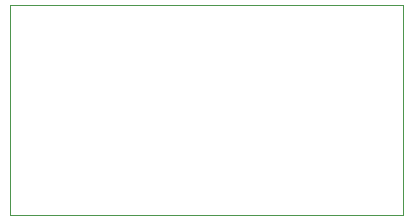
<source format=gm1>
G04 #@! TF.GenerationSoftware,KiCad,Pcbnew,(5.1.6)-1*
G04 #@! TF.CreationDate,2020-06-01T08:00:51+09:00*
G04 #@! TF.ProjectId,EXOR,45584f52-2e6b-4696-9361-645f70636258,rev?*
G04 #@! TF.SameCoordinates,Original*
G04 #@! TF.FileFunction,Profile,NP*
%FSLAX46Y46*%
G04 Gerber Fmt 4.6, Leading zero omitted, Abs format (unit mm)*
G04 Created by KiCad (PCBNEW (5.1.6)-1) date 2020-06-01 08:00:51*
%MOMM*%
%LPD*%
G01*
G04 APERTURE LIST*
G04 #@! TA.AperFunction,Profile*
%ADD10C,0.050000*%
G04 #@! TD*
G04 APERTURE END LIST*
D10*
X13716000Y-13335000D02*
X13716000Y-31115000D01*
X46990000Y-31115000D02*
X13716000Y-31115000D01*
X46990000Y-13335000D02*
X46990000Y-31115000D01*
X13716000Y-13335000D02*
X46990000Y-13335000D01*
M02*

</source>
